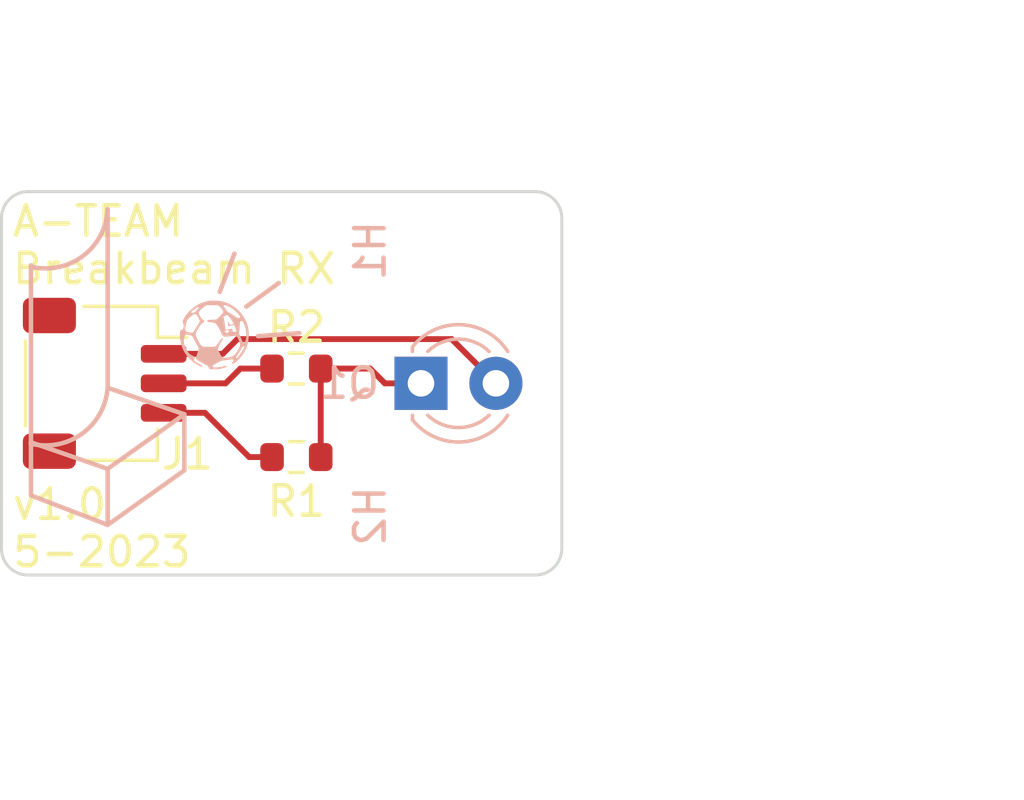
<source format=kicad_pcb>
(kicad_pcb (version 20221018) (generator pcbnew)
  (layers (0 "F.Cu" signal) (1 "In1.Cu" signal) (2 "In2.Cu" signal) (31 "B.Cu" signal) (34 "B.Paste" user) (35 "F.Paste" user) (36 "B.SilkS" user "B.Silkscreen") (37 "F.SilkS" user "F.Silkscreen") (38 "B.Mask" user) (39 "F.Mask" user) (44 "Edge.Cuts" user))
  (net 0 "")
  (net 1 "BALL_RX")
  (net 2 "+3.3V")
  (net 3 "GND")
  (net 4 "Net-(Q1-E)")
  (footprint "MountingHole:MountingHole_2.2mm_M2" (layer "F.Cu") (at 126 71 -90)
    (fp_text reference "H2" (at 0 3 -90) (layer "B.SilkS") (effects (font (thickness 0.153)) (justify mirror)))
    (fp_text value "MountingHole" hide)
    (pad "" np_thru_hole circle (at 0 0 270) (size 2.2 2.2) (drill 2.2) (layers "*.Cu" "*.Mask"))
  )
  (footprint "Connector_JST:JST_SH_SM03B-SRSS-TB_1x03-1MP_P1.00mm_Horizontal" (layer "F.Cu") (at 114 66.5 -90)
    (fp_text reference "J1" (at 2.4 -2.8 -180) (layer "F.SilkS") (effects (font (thickness 0.153))))
    (fp_text value "Conn_01x03" hide)
    (fp_line (start -2.61 -1.785) (end -1.56 -1.785) (stroke (width 0.12)) (layer "F.SilkS"))
    (fp_line (start -2.61 0.715) (end -2.61 -1.785) (stroke (width 0.12)) (layer "F.SilkS"))
    (fp_line (start -1.56 -1.785) (end -1.56 -2.775) (stroke (width 0.12)) (layer "F.SilkS"))
    (fp_line (start -1.44 2.685) (end 1.44 2.685) (stroke (width 0.12)) (layer "F.SilkS"))
    (fp_line (start 2.61 -1.785) (end 1.56 -1.785) (stroke (width 0.12)) (layer "F.SilkS"))
    (fp_line (start 2.61 0.715) (end 2.61 -1.785) (stroke (width 0.12)) (layer "F.SilkS"))
    (pad "1" smd roundrect (at -1 -2 270) (size 0.6 1.55) (layers "F.Cu" "F.Paste" "F.Mask") (net 2 "+3.3V"))
    (pad "2" smd roundrect (at 0 -2 270) (size 0.6 1.55) (layers "F.Cu" "F.Paste" "F.Mask") (net 1 "BALL_RX"))
    (pad "3" smd roundrect (at 1 -2 270) (size 0.6 1.55) (layers "F.Cu" "F.Paste" "F.Mask") (net 3 "GND"))
    (pad "MP" smd roundrect (at -2.3 1.875 270) (size 1.2 1.8) (layers "F.Cu" "F.Paste" "F.Mask") (roundrect_rratio 0.208333))
    (pad "MP" smd roundrect (at 2.3 1.875 270) (size 1.2 1.8) (layers "F.Cu" "F.Paste" "F.Mask") (roundrect_rratio 0.208333))
  )
  (footprint "Resistor_SMD:R_0603_1608Metric" (layer "F.Cu") (at 120.5 69 180)
    (fp_text reference "R1" (at 0 -1.5) (layer "F.SilkS") (effects (font (thickness 0.153))))
    (fp_text value "2k" hide)
    (fp_line (start -0.237258 -0.5225) (end 0.237258 -0.5225) (stroke (width 0.12)) (layer "F.SilkS"))
    (fp_line (start -0.237258 0.5225) (end 0.237258 0.5225) (stroke (width 0.12)) (layer "F.SilkS"))
    (pad "1" smd roundrect (at -0.825 0 180) (size 0.8 0.95) (layers "F.Cu" "F.Paste" "F.Mask") (net 4 "Net-(Q1-E)"))
    (pad "2" smd roundrect (at 0.825 0 180) (size 0.8 0.95) (layers "F.Cu" "F.Paste" "F.Mask") (net 3 "GND"))
  )
  (footprint "MountingHole:MountingHole_2.2mm_M2" (layer "F.Cu") (at 126 62 -90)
    (fp_text reference "H1" (at 0 3 -90) (layer "B.SilkS") (effects (font (thickness 0.153)) (justify mirror)))
    (fp_text value "MountingHole" hide)
    (pad "" np_thru_hole circle (at 0 0 270) (size 2.2 2.2) (drill 2.2) (layers "*.Cu" "*.Mask"))
  )
  (footprint "Resistor_SMD:R_0603_1608Metric" (layer "F.Cu") (at 120.5 66 180)
    (fp_text reference "R2" (at 0 1.4) (layer "F.SilkS") (effects (font (thickness 0.153))))
    (fp_text value "100" hide)
    (fp_line (start -0.237258 -0.5225) (end 0.237258 -0.5225) (stroke (width 0.12)) (layer "F.SilkS"))
    (fp_line (start -0.237258 0.5225) (end 0.237258 0.5225) (stroke (width 0.12)) (layer "F.SilkS"))
    (pad "1" smd roundrect (at -0.825 0 180) (size 0.8 0.95) (layers "F.Cu" "F.Paste" "F.Mask") (net 4 "Net-(Q1-E)"))
    (pad "2" smd roundrect (at 0.825 0 180) (size 0.8 0.95) (layers "F.Cu" "F.Paste" "F.Mask") (net 1 "BALL_RX"))
  )
  (footprint "LED_THT:LED_D3.0mm" (layer "B.Cu") (at 124.725 66.5)
    (fp_text reference "Q1" (at -2.425 0) (layer "B.SilkS") (effects (font (thickness 0.153)) (justify mirror)))
    (fp_text value "OP506B")
    (fp_line (start -0.29 -1.08) (end -0.29 -1.236) (stroke (width 0.12)) (layer "B.SilkS"))
    (fp_line (start -0.29 1.236) (end -0.29 1.08) (stroke (width 0.12)) (layer "B.SilkS"))
    (fp_arc (start -0.29 -1.235516) (mid 1.366487 -1.987659) (end 2.942335 -1.078608) (stroke (width 0.12)) (layer "B.SilkS"))
    (fp_arc (start 0.229039 -1.08) (mid 1.270117 -1.5) (end 2.31113 -1.079837) (stroke (width 0.12)) (layer "B.SilkS"))
    (fp_arc (start 2.31113 1.079837) (mid 1.270117 1.5) (end 0.229039 1.08) (stroke (width 0.12)) (layer "B.SilkS"))
    (fp_arc (start 2.942335 1.078608) (mid 1.366487 1.987659) (end -0.29 1.235516) (stroke (width 0.12)) (layer "B.SilkS"))
    (pad "1" thru_hole rect (at 0 0) (size 1.8 1.8) (drill 0.9) (layers "*.Cu" "*.Mask") (net 4 "Net-(Q1-E)"))
    (pad "2" thru_hole circle (at 2.54 0) (size 1.8 1.8) (drill 0.9) (layers "*.Cu" "*.Mask") (net 2 "+3.3V"))
  )
  (footprint "AT-Style:logo_3_mm_3_mm" (layer "B.Cu") (at 117.7 64.8 180)
    (fp_text reference "G***" hide)
    (fp_text value "LOGO" hide)
    (fp_poly (pts (xy 0.084667 1.104608) (xy 0.147904 1.099875) (xy 0.180206 1.095398) (xy 0.322169 1.061718) (xy 0.456925 1.011636) (xy 0.583926 0.945492) (xy 0.702625 0.86363) (xy 0.812473 0.766392) (xy 0.912923 0.65412) (xy 0.937606 0.622279) (xy 0.96758 0.579457) (xy 0.995872 0.533645) (xy 1.020561 0.48853) (xy 1.039727 0.447796) (xy 1.05145 0.415131) (xy 1.054204 0.398475) (xy 1.050505 0.373967) (xy 1.041173 0.343344) (xy 1.036058 0.330691) (xy 1.026275 0.304678) (xy 1.021897 0.279516) (xy 1.022111 0.248004) (xy 1.024011 0.224049) (xy 1.032764 0.173874) (xy 1.048446 0.139843) (xy 1.071494 0.121291) (xy 1.094133 0.117134) (xy 1.11474 0.112649) (xy 1.130013 0.097915) (xy 1.140723 0.071017) (xy 1.147639 0.030038) (xy 1.151479 -0.025662) (xy 1.149055 -0.14185) (xy 1.133304 -0.263808) (xy 1.105256 -0.386416) (xy 1.065944 -0.504554) (xy 1.044967 -0.554637) (xy 1.001368 -0.637177) (xy 0.944248 -0.722728) (xy 0.876763 -0.807472) (xy 0.802068 -0.887591) (xy 0.723321 -0.959267) (xy 0.68614 -0.988703) (xy 0.650923 -1.013429) (xy 0.609229 -1.039945) (xy 0.564453 -1.066397) (xy 0.519992 -1.090934) (xy 0.479244 -1.111702) (xy 0.445603 -1.12685) (xy 0.422468 -1.134525) (xy 0.41769 -1.135103) (xy 0.398369 -1.128601) (xy 0.392056 -1.111266) (xy 0.394137 -1.101175) (xy 0.403563 -1.092172) (xy 0.425342 -1.077938) (xy 0.455534 -1.060945) (xy 0.47046 -1.053236) (xy 0.514851 -1.029688) (xy 0.558935 -1.004152) (xy 0.599617 -0.978656) (xy 0.633804 -0.955229) (xy 0.658402 -0.935898) (xy 0.670318 -0.922691) (xy 0.670603 -0.922035) (xy 0.670027 -0.906629) (xy 0.662891 -0.882188) (xy 0.656894 -0.867611) (xy 0.646123 -0.84279) (xy 0.642773 -0.827688) (xy 0.646697 -0.815668) (xy 0.655489 -0.803127) (xy 0.674013 -0.786197) (xy 0.701759 -0.769103) (xy 0.717927 -0.761604) (xy 0.774833 -0.733656) (xy 0.820874 -0.698694) (xy 0.860483 -0.654807) (xy 0.884639 -0.619991) (xy 0.911635 -0.57453) (xy 0.939236 -0.522937) (xy 0.965206 -0.469727) (xy 0.98731 -0.419416) (xy 1.003314 -0.376518) (xy 1.00966 -0.353465) (xy 1.015497 -0.306736) (xy 1.01581 -0.254286) (xy 1.011248 -0.200335) (xy 1.002457 -0.149101) (xy 0.990086 -0.104805) (xy 0.974784 -0.071668) (xy 0.964418 -0.058854) (xy 0.948814 -0.048979) (xy 0.928069 -0.046231) (xy 0.902686 -0.048486) (xy 0.855094 -0.056552) (xy 0.809686 -0.067349) (xy 0.770998 -0.079553) (xy 0.743563 -0.091837) (xy 0.735843 -0.097264) (xy 0.724948 -0.111402) (xy 0.708684 -0.137747) (xy 0.689443 -0.172241) (xy 0.673638 -0.202731) (xy 0.648627 -0.251257) (xy 0.619077 -0.306529) (xy 0.589689 -0.359822) (xy 0.576051 -0.383824) (xy 0.554573 -0.4222) (xy 0.53626 -0.456967) (xy 0.523222 -0.483987) (xy 0.517815 -0.497964) (xy 0.518169 -0.515433) (xy 0.523346 -0.546033) (xy 0.532286 -0.58586) (xy 0.543932 -0.63101) (xy 0.557224 -0.677582) (xy 0.571104 -0.721672) (xy 0.584512 -0.759375) (xy 0.595883 -0.785789) (xy 0.609593 -0.820079) (xy 0.610489 -0.846657) (xy 0.598377 -0.870676) (xy 0.592427 -0.877872) (xy 0.574232 -0.89389) (xy 0.543121 -0.916456) (xy 0.502109 -0.943696) (xy 0.454212 -0.97374) (xy 0.402445 -1.004714) (xy 0.349825 -1.034748) (xy 0.299368 -1.061967) (xy 0.279395 -1.072186) (xy 0.238711 -1.093223) (xy 0.211645 -1.109113) (xy 0.195324 -1.121967) (xy 0.186873 -1.133896) (xy 0.18426 -1.142049) (xy 0.174845 -1.176104) (xy 0.162161 -1.197038) (xy 0.142441 -1.209743) (xy 0.128328 -1.21467) (xy 0.097761 -1.220116) (xy 0.052703 -1.223141) (xy -0.003478 -1.223729) (xy -0.067413 -1.221863) (xy -0.135733 -1.217528) (xy -0.153377 -1.216032) (xy -0.20402 -1.210554) (xy -0.248617 -1.20313) (xy -0.293991 -1.192294) (xy -0.346968 -1.176579) (xy -0.367262 -1.170079) (xy -0.408108 -1.153427) (xy -0.431117 -1.135776) (xy -0.436223 -1.117189) (xy -0.432634 -1.108492) (xy -0.426649 -1.104147) (xy -0.414253 -1.103201) (xy -0.392797 -1.106021) (xy -0.359637 -1.112977) (xy -0.312124 -1.124434) (xy -0.304866 -1.126246) (xy -0.228096 -1.143572) (xy -0.160195 -1.154429) (xy -0.093707 -1.159979) (xy -0.085598 -1.160339) (xy -0.041745 -1.161866) (xy -0.012168 -1.161889) (xy 0.006849 -1.159927) (xy 0.019023 -1.1555) (xy 0.02807 -1.148126) (xy 0.030713 -1.145286) (xy 0.042195 -1.125336) (xy 0.039025 -1.10582) (xy 0.020353 -1.085606) (xy -0.014673 -1.063561) (xy -0.04058 -1.050549) (xy -0.081289 -1.030115) (xy -0.123545 -1.007134) (xy -0.158639 -0.986356) (xy -0.160621 -0.985094) (xy -0.19832 -0.962012) (xy -0.230453 -0.945786) (xy -0.262363 -0.934743) (xy -0.299391 -0.927213) (xy -0.346878 -0.921525) (xy -0.370873 -0.919314) (xy -0.422852 -0.91392) (xy -0.478609 -0.906792) (xy -0.529599 -0.899073) (xy -0.552385 -0.895016) (xy -0.598485 -0.887405) (xy -0.630143 -0.885808) (xy -0.650086 -0.890779) (xy -0.661046 -0.902871) (xy -0.665154 -0.917858) (xy -0.661162 -0.937874) (xy -0.646567 -0.96398) (xy -0.640319 -0.972368) (xy -0.621783 -1.001625) (xy -0.618104 -1.022852) (xy -0.628984 -1.034956) (xy -0.654125 -1.036841) (xy -0.657751 -1.036378) (xy -0.677934 -1.028048) (xy -0.707671 -1.008677) (xy -0.744269 -0.98044) (xy -0.785034 -0.945517) (xy -0.827272 -0.906083) (xy -0.860752 -0.872292) (xy -0.955699 -0.761086) (xy -1.033991 -0.643709) (xy -1.095913 -0.519473) (xy -1.119157 -0.452647) (xy -1.034917 -0.452647) (xy -1.030701 -0.471114) (xy -1.01875 -0.500241) (xy -1.005427 -0.528715) (xy -0.951332 -0.626641) (xy -0.882784 -0.725865) (xy -0.838107 -0.781642) (xy -0.806829 -0.816867) (xy -0.783769 -0.838046) (xy -0.76732 -0.84624) (xy -0.755874 -0.842511) (xy -0.752474 -0.838143) (xy -0.750668 -0.830293) (xy -0.753961 -0.817964) (xy -0.763581 -0.798841) (xy -0.780757 -0.770608) (xy -0.80672 -0.730949) (xy -0.819541 -0.711813) (xy -0.84784 -0.668557) (xy -0.879705 -0.61801) (xy -0.909869 -0.568584) (xy -0.921088 -0.549627) (xy -0.951259 -0.5) (xy -0.975323 -0.465326) (xy -0.994586 -0.444134) (xy -1.010356 -0.434954) (xy -1.022332 -0.435623) (xy -1.031944 -0.441823) (xy -1.034917 -0.452647) (xy -1.119157 -0.452647) (xy -1.134597 -0.408255) (xy -0.888575 -0.408255) (xy -0.883604 -0.438286) (xy -0.87115 -0.472343) (xy -0.850239 -0.514355) (xy -0.828028 -0.554133) (xy -0.784291 -0.626835) (xy -0.744445 -0.684407) (xy -0.706503 -0.728751) (xy -0.668483 -0.761774) (xy -0.6284 -0.78538) (xy -0.584269 -0.801474) (xy -0.565544 -0.806123) (xy -0.480251 -0.822947) (xy -0.410281 -0.832088) (xy -0.354673 -0.83358) (xy -0.312463 -0.827455) (xy -0.285691 -0.815826) (xy -0.270951 -0.800393) (xy -0.251505 -0.772018) (xy -0.229293 -0.73451) (xy -0.206253 -0.69168) (xy -0.184326 -0.647335) (xy -0.16545 -0.605285) (xy -0.151565 -0.56934) (xy -0.14461 -0.543307) (xy -0.144164 -0.537845) (xy -0.147275 -0.513583) (xy -0.157143 -0.482216) (xy -0.174567 -0.441954) (xy -0.200349 -0.391005) (xy -0.235291 -0.327575) (xy -0.248545 -0.304336) (xy -0.273479 -0.260561) (xy -0.290366 -0.229432) (xy -0.300282 -0.208057) (xy -0.304304 -0.193542) (xy -0.30351 -0.182995) (xy -0.298975 -0.173521) (xy -0.297883 -0.171767) (xy -0.288461 -0.163743) (xy -0.2757 -0.166034) (xy -0.258523 -0.179724) (xy -0.235853 -0.205893) (xy -0.206613 -0.245626) (xy -0.169723 -0.300003) (xy -0.168753 -0.301469) (xy -0.135355 -0.351856) (xy -0.108097 -0.390613) (xy -0.083921 -0.41924) (xy -0.059765 -0.439233) (xy -0.032569 -0.45209) (xy 0.000726 -0.459309) (xy 0.043181 -0.462387) (xy 0.097856 -0.462823) (xy 0.159664 -0.462197) (xy 0.216389 -0.461112) (xy 0.269289 -0.459207) (xy 0.314794 -0.456678) (xy 0.349331 -0.453722) (xy 0.369023 -0.450622) (xy 0.394699 -0.440707) (xy 0.418808 -0.424203) (xy 0.442847 -0.399192) (xy 0.468313 -0.363757) (xy 0.496704 -0.315981) (xy 0.529516 -0.253946) (xy 0.542055 -0.229047) (xy 0.572309 -0.167934) (xy 0.594705 -0.119086) (xy 0.609081 -0.078961) (xy 0.615277 -0.044017) (xy 0.613131 -0.01071) (xy 0.602484 0.024501) (xy 0.583173 0.06516) (xy 0.555039 0.114808) (xy 0.524087 0.16669) (xy 0.479843 0.236435) (xy 0.439447 0.29103) (xy 0.401232 0.332484) (xy 0.363529 0.362802) (xy 0.358159 0.366296) (xy 0.332074 0.388121) (xy 0.323994 0.409295) (xy 0.326568 0.414651) (xy 0.477545 0.414651) (xy 0.481008 0.395017) (xy 0.492197 0.36837) (xy 0.512313 0.332277) (xy 0.539444 0.289081) (xy 0.567882 0.244422) (xy 0.596961 0.197324) (xy 0.622887 0.154005) (xy 0.638867 0.126144) (xy 0.671465 0.07288) (xy 0.700895 0.036572) (xy 0.727824 0.01657) (xy 0.752922 0.012222) (xy 0.755369 0.012626) (xy 0.776906 0.016726) (xy 0.808659 0.022629) (xy 0.837957 0.027999) (xy 0.889113 0.039339) (xy 0.92477 0.053122) (xy 0.947446 0.071613) (xy 0.959663 0.097076) (xy 0.963939 0.131775) (xy 0.964065 0.14132) (xy 0.961444 0.186557) (xy 0.95445 0.241788) (xy 0.944285 0.300185) (xy 0.932154 0.354919) (xy 0.91926 0.399162) (xy 0.917958 0.402794) (xy 0.890258 0.454702) (xy 0.844732 0.508014) (xy 0.781332 0.562782) (xy 0.726826 0.601655) (xy 0.685899 0.627444) (xy 0.655294 0.642399) (xy 0.631627 0.647388) (xy 0.611517 0.643279) (xy 0.597049 0.63497) (xy 0.581205 0.618457) (xy 0.56104 0.589879) (xy 0.538906 0.553574) (xy 0.517156 0.513879) (xy 0.498144 0.475133) (xy 0.484221 0.441673) (xy 0.477741 0.417836) (xy 0.477545 0.414651) (xy 0.326568 0.414651) (xy 0.333922 0.429953) (xy 0.359625 0.448989) (xy 0.38635 0.470048) (xy 0.415117 0.502572) (xy 0.44366 0.542651) (xy 0.469713 0.586377) (xy 0.491012 0.629839) (xy 0.50529 0.669129) (xy 0.510283 0.700336) (xy 0.509584 0.707795) (xy 0.499597 0.728975) (xy 0.477791 0.757663) (xy 0.447117 0.791044) (xy 0.410529 0.826305) (xy 0.370977 0.860631) (xy 0.366113 0.86439) (xy 0.515245 0.86439) (xy 0.523853 0.840863) (xy 0.547531 0.80872) (xy 0.56002 0.795222) (xy 0.603054 0.754519) (xy 0.644716 0.721654) (xy 0.683065 0.697538) (xy 0.716161 0.683079) (xy 0.742063 0.679187) (xy 0.758831 0.686772) (xy 0.764121 0.699579) (xy 0.758505 0.716384) (xy 0.739414 0.740595) (xy 0.708819 0.770336) (xy 0.668692 0.803733) (xy 0.621006 0.838911) (xy 0.608499 0.847517) (xy 0.568334 0.870865) (xy 0.538636 0.880632) (xy 0.520556 0.87806) (xy 0.515245 0.86439) (xy 0.366113 0.86439) (xy 0.331415 0.891207) (xy 0.294794 0.915221) (xy 0.28797 0.919049) (xy 0.229763 0.950585) (xy 0.067577 0.950585) (xy 0.012686 0.950185) (xy -0.038303 0.949074) (xy -0.081685 0.947389) (xy -0.113759 0.945268) (xy -0.128934 0.943319) (xy -0.166589 0.92726) (xy -0.207779 0.894774) (xy -0.251382 0.846846) (xy -0.275643 0.814739) (xy -0.297951 0.783044) (xy -0.313288 0.757721) (xy -0.320859 0.73609) (xy -0.319864 0.715474) (xy -0.309507 0.693194) (xy -0.28899 0.666572) (xy -0.257517 0.632929) (xy -0.214289 0.589586) (xy -0.206236 0.581581) (xy -0.085598 0.461622) (xy 0.049557 0.456928) (xy 0.107757 0.454655) (xy 0.150512 0.452122) (xy 0.180395 0.448801) (xy 0.199981 0.444162) (xy 0.211842 0.437677) (xy 0.218552 0.428817) (xy 0.221335 0.421647) (xy 0.222774 0.403459) (xy 0.212758 0.389793) (xy 0.189533 0.379785) (xy 0.151344 0.372568) (xy 0.113831 0.368635) (xy 0.054562 0.362668) (xy 0.009713 0.355389) (xy -0.024318 0.345604) (xy -0.051132 0.332118) (xy -0.074328 0.313734) (xy -0.085598 0.302436) (xy -0.102241 0.281003) (xy -0.124676 0.246799) (xy -0.150956 0.203327) (xy -0.179134 0.154091) (xy -0.207261 0.102594) (xy -0.233392 0.052339) (xy -0.255577 0.006828) (xy -0.271871 -0.030434) (xy -0.274643 -0.037638) (xy -0.297028 -0.081739) (xy -0.325165 -0.109484) (xy -0.35852 -0.120373) (xy -0.36267 -0.120522) (xy -0.380565 -0.119741) (xy -0.413085 -0.117428) (xy -0.456926 -0.113854) (xy -0.508781 -0.109288) (xy -0.565346 -0.104002) (xy -0.570862 -0.103471) (xy -0.749777 -0.086186) (xy -0.77871 -0.117757) (xy -0.799917 -0.147286) (xy -0.822832 -0.189902) (xy -0.845426 -0.241062) (xy -0.865671 -0.296222) (xy -0.879958 -0.344561) (xy -0.887035 -0.378323) (xy -0.888575 -0.408255) (xy -1.134597 -0.408255) (xy -1.141751 -0.387687) (xy -1.17179 -0.247663) (xy -1.186317 -0.098711) (xy -1.186846 -0.085598) (xy -1.185827 -0.044829) (xy -1.097503 -0.044829) (xy -1.09585 -0.118687) (xy -1.089597 -0.18542) (xy -1.079548 -0.236539) (xy -1.065057 -0.274174) (xy -1.045479 -0.300455) (xy -1.039067 -0.306015) (xy -1.01609 -0.317991) (xy -0.996852 -0.313342) (xy -0.979333 -0.291427) (xy -0.976522 -0.286213) (xy -0.963624 -0.258353) (xy -0.951501 -0.227848) (xy -0.951017 -0.226485) (xy -0.942495 -0.204802) (xy -0.928473 -0.171733) (xy -0.911078 -0.132218) (xy -0.896743 -0.100544) (xy -0.854031 -0.007368) (xy -0.863375 0.055455) (xy -0.764515 0.055455) (xy -0.70888 0.047435) (xy -0.679008 0.043996) (xy -0.656812 0.043054) (xy -0.647914 0.044486) (xy -0.643291 0.055412) (xy -0.636816 0.078474) (xy -0.6315 0.101366) (xy -0.629064 0.11017) (xy -0.504576 0.11017) (xy -0.504576 0.069199) (xy -0.50365 0.047029) (xy -0.498532 0.033166) (xy -0.485714 0.025392) (xy -0.461688 0.02149) (xy -0.425736 0.019371) (xy -0.405455 0.020319) (xy -0.397528 0.028266) (xy -0.396452 0.039809) (xy -0.394367 0.062721) (xy -0.391296 0.075037) (xy -0.39065 0.084306) (xy -0.398908 0.091264) (xy -0.418914 0.097085) (xy -0.453513 0.102942) (xy -0.461777 0.104128) (xy -0.504576 0.11017) (xy -0.629064 0.11017) (xy -0.623197 0.131374) (xy -0.614216 0.149495) (xy -0.608728 0.153175) (xy -0.595267 0.151708) (xy -0.568746 0.147819) (xy -0.533842 0.142279) (xy -0.49523 0.135858) (xy -0.457586 0.129326) (xy -0.425586 0.123454) (xy -0.41222 0.120811) (xy -0.395385 0.11896) (xy -0.388644 0.126112) (xy -0.387431 0.145701) (xy -0.38595 0.177592) (xy -0.381926 0.222577) (xy -0.375963 0.276006) (xy -0.368665 0.333232) (xy -0.360635 0.389603) (xy -0.352477 0.440472) (xy -0.344794 0.481188) (xy -0.342594 0.491061) (xy -0.335465 0.525065) (xy -0.331407 0.552125) (xy -0.331047 0.567689) (xy -0.331776 0.569461) (xy -0.342747 0.575576) (xy -0.365808 0.58569) (xy -0.396099 0.59768) (xy -0.398005 0.598399) (xy -0.458103 0.62102) (xy -0.511573 0.563861) (xy -0.54853 0.520475) (xy -0.58629 0.469518) (xy -0.621094 0.416577) (xy -0.649181 0.367243) (xy -0.661604 0.340847) (xy -0.675421 0.307768) (xy -0.628449 0.297694) (xy -0.597616 0.290949) (xy -0.571384 0.284984) (xy -0.561896 0.282706) (xy -0.545299 0.283246) (xy -0.536177 0.298238) (xy -0.535997 0.298829) (xy -0.529162 0.314798) (xy -0.517151 0.337515) (xy -0.502744 0.362346) (xy -0.488724 0.384662) (xy -0.47787 0.399829) (xy -0.473117 0.403553) (xy -0.472823 0.393658) (xy -0.474539 0.371138) (xy -0.477656 0.341196) (xy -0.481566 0.309038) (xy -0.485658 0.279867) (xy -0.489325 0.258886) (xy -0.490678 0.253495) (xy -0.494106 0.247482) (xy -0.50134 0.244066) (xy -0.514681 0.243518) (xy -0.536428 0.246106) (xy -0.568881 0.2521) (xy -0.614341 0.26177) (xy -0.672597 0.274817) (xy -0.682433 0.275062) (xy -0.69114 0.268854) (xy -0.700691 0.253291) (xy -0.713057 0.22547) (xy -0.723152 0.200419) (xy -0.737724 0.16145) (xy -0.74994 0.124795) (xy -0.757873 0.096391) (xy -0.759435 0.088547) (xy -0.764515 0.055455) (xy -0.863375 0.055455) (xy -0.864281 0.06155) (xy -0.868604 0.097438) (xy -0.872955 0.145293) (xy -0.876846 0.199071) (xy -0.879793 0.252726) (xy -0.879967 0.256703) (xy -0.883046 0.314055) (xy -0.887184 0.355782) (xy -0.893261 0.384279) (xy -0.902154 0.401942) (xy -0.914743 0.411164) (xy -0.931904 0.414341) (xy -0.937823 0.414473) (xy -0.960299 0.410385) (xy -0.979726 0.396269) (xy -0.999048 0.369352) (xy -1.01296 0.343647) (xy -1.047596 0.259838) (xy -1.073765 0.164183) (xy -1.090667 0.06114) (xy -1.097503 -0.044829) (xy -1.185827 -0.044829) (xy -1.183275 0.057324) (xy -1.162321 0.196042) (xy -1.124291 0.329801) (xy -1.069489 0.457844) (xy -1.018603 0.544651) (xy -0.897017 0.544651) (xy -0.890254 0.534676) (xy -0.887571 0.531671) (xy -0.871076 0.518208) (xy -0.8516 0.513055) (xy -0.826907 0.516854) (xy -0.794762 0.53025) (xy -0.752928 0.553887) (xy -0.705817 0.584004) (xy -0.662746 0.612138) (xy -0.620744 0.639028) (xy -0.584191 0.661906) (xy -0.557465 0.678003) (xy -0.554132 0.679913) (xy -0.506534 0.707944) (xy -0.4715 0.731752) (xy -0.445176 0.754548) (xy -0.423709 0.779541) (xy -0.409027 0.800808) (xy -0.386771 0.834814) (xy -0.363578 0.869537) (xy -0.34952 0.890133) (xy -0.3319 0.920259) (xy -0.328624 0.940284) (xy -0.340049 0.951473) (xy -0.366531 0.955086) (xy -0.367879 0.955091) (xy -0.393622 0.950348) (xy -0.430695 0.937303) (xy -0.475491 0.917726) (xy -0.5244 0.89339) (xy -0.573812 0.866067) (xy -0.620118 0.837529) (xy -0.651158 0.81601) (xy -0.697074 0.779191) (xy -0.746018 0.735085) (xy -0.793692 0.687968) (xy -0.835795 0.642114) (xy -0.868028 0.601798) (xy -0.871305 0.597134) (xy -0.88871 0.571181) (xy -0.896891 0.555253) (xy -0.897017 0.544651) (xy -1.018603 0.544651) (xy -0.998222 0.579418) (xy -0.910794 0.693765) (xy -0.842106 0.767168) (xy -0.735934 0.862099) (xy -0.625713 0.940392) (xy -0.509057 1.00335) (xy -0.383578 1.05228) (xy -0.25903 1.085866) (xy -0.204526 1.094879) (xy -0.137534 1.101377) (xy -0.063424 1.105242) (xy 0.012433 1.106358)) (fill solid) (layer "B.SilkS"))
  )
  (gr_line (start 119.9 63.1) (end 118.8 63.9) (stroke (width 0.153)) (layer "B.SilkS"))
  (gr_line (start 111.5 68.5) (end 111.5 70.3) (stroke (width 0.153)) (layer "B.SilkS"))
  (gr_line (start 116.7 67.55) (end 114.1 66.65) (stroke (width 0.153)) (layer "B.SilkS"))
  (gr_line (start 116.7 69.45) (end 114.1 71.3) (stroke (width 0.153)) (layer "B.SilkS"))
  (gr_line (start 116.7 67.55) (end 114.1 69.4) (stroke (width 0.153)) (layer "B.SilkS"))
  (gr_line (start 116.7 69.45) (end 116.7 67.55) (stroke (width 0.153)) (layer "B.SilkS"))
  (gr_line (start 114.1 69.4) (end 111.5 68.5) (stroke (width 0.153)) (layer "B.SilkS"))
  (gr_arc (start 114.099999 66.65) (mid 113.235681 68.204579) (end 111.489377 68.542488) (stroke (width 0.153)) (layer "B.SilkS"))
  (gr_arc (start 114.099999 60.6) (mid 113.254041 62.187417) (end 111.490096 62.539607) (stroke (width 0.153)) (layer "B.SilkS"))
  (gr_line (start 114.1 60.6) (end 114.1 66.65) (stroke (width 0.153)) (layer "B.SilkS"))
  (gr_line (start 114.1 71.3) (end 114.1 69.4) (stroke (width 0.153)) (layer "B.SilkS"))
  (gr_line (start 111.499999 62.5) (end 111.5 68.5) (stroke (width 0.153)) (layer "B.SilkS"))
  (gr_line (start 119.2 64.9) (end 120.6 64.8) (stroke (width 0.153)) (layer "B.SilkS"))
  (gr_line (start 118.4 62.1) (end 117.9 63.4) (stroke (width 0.153)) (layer "B.SilkS"))
  (gr_line (start 111.5 70.3) (end 114.1 71.3) (stroke (width 0.153)) (layer "B.SilkS"))
  (gr_line (start 129.5 60.9) (end 129.5 72.1) (stroke (width 0.1)) (layer "Edge.Cuts"))
  (gr_arc (start 110.5 60.9) (mid 110.763604 60.263604) (end 111.4 60) (stroke (width 0.1)) (layer "Edge.Cuts"))
  (gr_arc (start 111.4 73) (mid 110.763604 72.736396) (end 110.5 72.1) (stroke (width 0.1)) (layer "Edge.Cuts"))
  (gr_line (start 128.6 73) (end 111.4 73) (stroke (width 0.1)) (layer "Edge.Cuts"))
  (gr_arc (start 129.5 72.1) (mid 129.236396 72.736396) (end 128.6 73) (stroke (width 0.1)) (layer "Edge.Cuts"))
  (gr_arc (start 128.6 60) (mid 129.236396 60.263604) (end 129.5 60.9) (stroke (width 0.1)) (layer "Edge.Cuts"))
  (gr_line (start 110.5 72.1) (end 110.5 60.9) (stroke (width 0.1)) (layer "Edge.Cuts"))
  (gr_line (start 111.4 60) (end 128.6 60) (stroke (width 0.1)) (layer "Edge.Cuts"))
  (gr_text "v1.0\n5-2023" (at 110.8 72.8) (layer "F.SilkS") (effects (font (size 1 1) (thickness 0.153)) (justify left bottom)))
  (gr_text "A-TEAM\nBreakbeam RX\n" (at 110.8 63.2) (layer "F.SilkS") (effects (font (size 1 1) (thickness 0.153)) (justify left bottom)))
  (segment (start 118.1 66.5) (end 118.6 66) (width 0.2) (layer "F.Cu") (net 1))
  (segment (start 116 66.5) (end 118.1 66.5) (width 0.2) (layer "F.Cu") (net 1))
  (segment (start 118.6 66) (end 119.675 66) (width 0.2) (layer "F.Cu") (net 1))
  (segment (start 125.765 65) (end 127.265 66.5) (width 0.2) (layer "F.Cu") (net 2))
  (segment (start 116 65.5) (end 118 65.5) (width 0.2) (layer "F.Cu") (net 2))
  (segment (start 118.5 65) (end 125.765 65) (width 0.2) (layer "F.Cu") (net 2))
  (segment (start 118 65.5) (end 118.5 65) (width 0.2) (layer "F.Cu") (net 2))
  (segment (start 118.9 69) (end 119.675 69) (width 0.2) (layer "F.Cu") (net 3))
  (segment (start 117.4 67.5) (end 118.9 69) (width 0.2) (layer "F.Cu") (net 3))
  (segment (start 116 67.5) (end 117.4 67.5) (width 0.2) (layer "F.Cu") (net 3))
  (segment (start 123 66) (end 123.5 66.5) (width 0.2) (layer "F.Cu") (net 4))
  (segment (start 121.325 66) (end 123 66) (width 0.2) (layer "F.Cu") (net 4))
  (segment (start 123.5 66.5) (end 124.725 66.5) (width 0.2) (layer "F.Cu") (net 4))
  (segment (start 121.325 69) (end 121.325 66) (width 0.2) (layer "F.Cu") (net 4))
)
</source>
